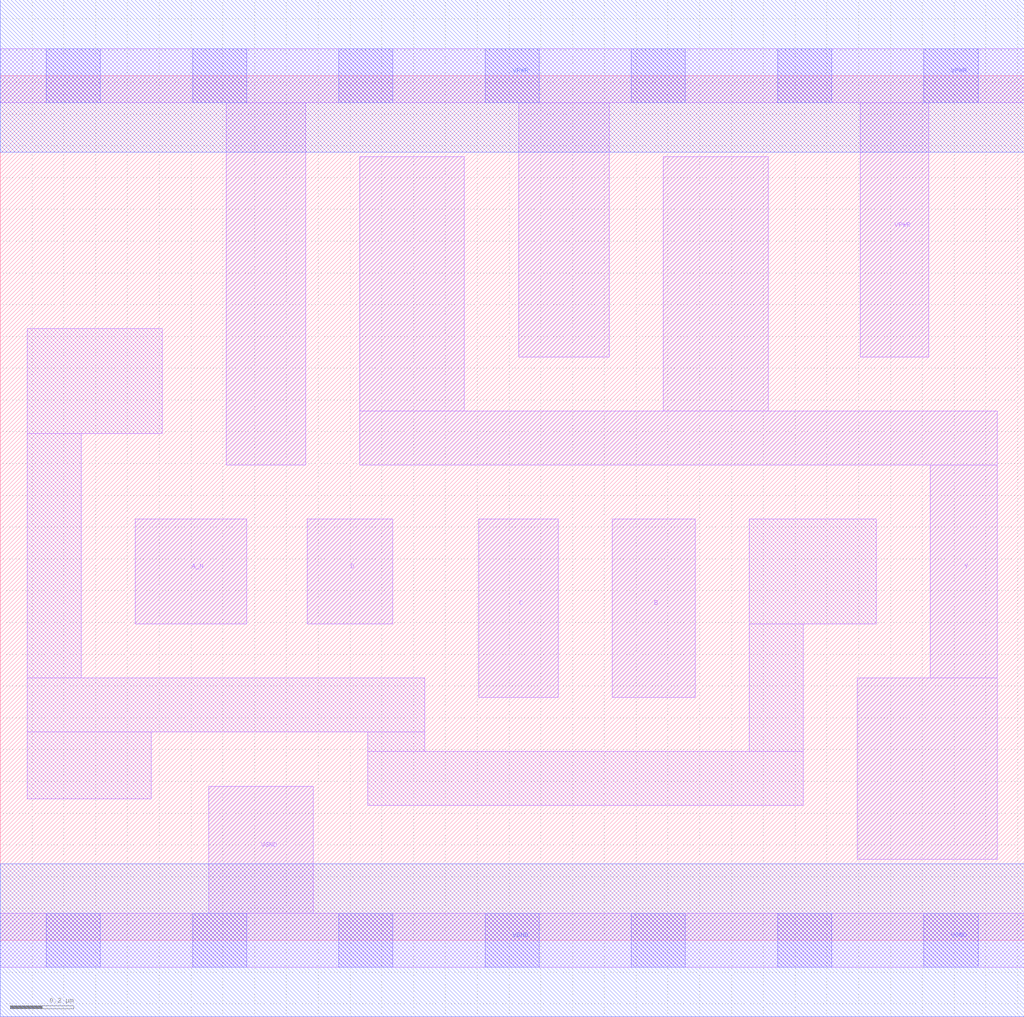
<source format=lef>
# Copyright 2020 The SkyWater PDK Authors
#
# Licensed under the Apache License, Version 2.0 (the "License");
# you may not use this file except in compliance with the License.
# You may obtain a copy of the License at
#
#     https://www.apache.org/licenses/LICENSE-2.0
#
# Unless required by applicable law or agreed to in writing, software
# distributed under the License is distributed on an "AS IS" BASIS,
# WITHOUT WARRANTIES OR CONDITIONS OF ANY KIND, either express or implied.
# See the License for the specific language governing permissions and
# limitations under the License.
#
# SPDX-License-Identifier: Apache-2.0

VERSION 5.7 ;
  NAMESCASESENSITIVE ON ;
  NOWIREEXTENSIONATPIN ON ;
  DIVIDERCHAR "/" ;
  BUSBITCHARS "[]" ;
UNITS
  DATABASE MICRONS 200 ;
END UNITS
MACRO sky130_fd_sc_hd__nand4b_1
  CLASS CORE ;
  SOURCE USER ;
  FOREIGN sky130_fd_sc_hd__nand4b_1 ;
  ORIGIN  0.000000  0.000000 ;
  SIZE  3.220000 BY  2.720000 ;
  SYMMETRY X Y R90 ;
  SITE unithd ;
  PIN A_N
    ANTENNAGATEAREA  0.126000 ;
    DIRECTION INPUT ;
    USE SIGNAL ;
    PORT
      LAYER li1 ;
        RECT 0.425000 0.995000 0.775000 1.325000 ;
    END
  END A_N
  PIN B
    ANTENNAGATEAREA  0.247500 ;
    DIRECTION INPUT ;
    USE SIGNAL ;
    PORT
      LAYER li1 ;
        RECT 1.925000 0.765000 2.185000 1.325000 ;
    END
  END B
  PIN C
    ANTENNAGATEAREA  0.247500 ;
    DIRECTION INPUT ;
    USE SIGNAL ;
    PORT
      LAYER li1 ;
        RECT 1.505000 0.765000 1.755000 1.325000 ;
    END
  END C
  PIN D
    ANTENNAGATEAREA  0.247500 ;
    DIRECTION INPUT ;
    USE SIGNAL ;
    PORT
      LAYER li1 ;
        RECT 0.965000 0.995000 1.235000 1.325000 ;
    END
  END D
  PIN Y
    ANTENNADIFFAREA  0.887500 ;
    DIRECTION OUTPUT ;
    USE SIGNAL ;
    PORT
      LAYER li1 ;
        RECT 1.130000 1.495000 3.135000 1.665000 ;
        RECT 1.130000 1.665000 1.460000 2.465000 ;
        RECT 2.085000 1.665000 2.415000 2.465000 ;
        RECT 2.695000 0.255000 3.135000 0.825000 ;
        RECT 2.925000 0.825000 3.135000 1.495000 ;
    END
  END Y
  PIN VGND
    DIRECTION INOUT ;
    SHAPE ABUTMENT ;
    USE GROUND ;
    PORT
      LAYER li1 ;
        RECT 0.000000 -0.085000 3.220000 0.085000 ;
        RECT 0.655000  0.085000 0.985000 0.485000 ;
      LAYER mcon ;
        RECT 0.145000 -0.085000 0.315000 0.085000 ;
        RECT 0.605000 -0.085000 0.775000 0.085000 ;
        RECT 1.065000 -0.085000 1.235000 0.085000 ;
        RECT 1.525000 -0.085000 1.695000 0.085000 ;
        RECT 1.985000 -0.085000 2.155000 0.085000 ;
        RECT 2.445000 -0.085000 2.615000 0.085000 ;
        RECT 2.905000 -0.085000 3.075000 0.085000 ;
      LAYER met1 ;
        RECT 0.000000 -0.240000 3.220000 0.240000 ;
    END
  END VGND
  PIN VPWR
    DIRECTION INOUT ;
    SHAPE ABUTMENT ;
    USE POWER ;
    PORT
      LAYER li1 ;
        RECT 0.000000 2.635000 3.220000 2.805000 ;
        RECT 0.710000 1.495000 0.960000 2.635000 ;
        RECT 1.630000 1.835000 1.915000 2.635000 ;
        RECT 2.705000 1.835000 2.920000 2.635000 ;
      LAYER mcon ;
        RECT 0.145000 2.635000 0.315000 2.805000 ;
        RECT 0.605000 2.635000 0.775000 2.805000 ;
        RECT 1.065000 2.635000 1.235000 2.805000 ;
        RECT 1.525000 2.635000 1.695000 2.805000 ;
        RECT 1.985000 2.635000 2.155000 2.805000 ;
        RECT 2.445000 2.635000 2.615000 2.805000 ;
        RECT 2.905000 2.635000 3.075000 2.805000 ;
      LAYER met1 ;
        RECT 0.000000 2.480000 3.220000 2.960000 ;
    END
  END VPWR
  OBS
    LAYER li1 ;
      RECT 0.085000 0.445000 0.475000 0.655000 ;
      RECT 0.085000 0.655000 1.335000 0.825000 ;
      RECT 0.085000 0.825000 0.255000 1.595000 ;
      RECT 0.085000 1.595000 0.510000 1.925000 ;
      RECT 1.155000 0.425000 2.525000 0.595000 ;
      RECT 1.155000 0.595000 1.335000 0.655000 ;
      RECT 2.355000 0.595000 2.525000 0.995000 ;
      RECT 2.355000 0.995000 2.755000 1.325000 ;
  END
END sky130_fd_sc_hd__nand4b_1

</source>
